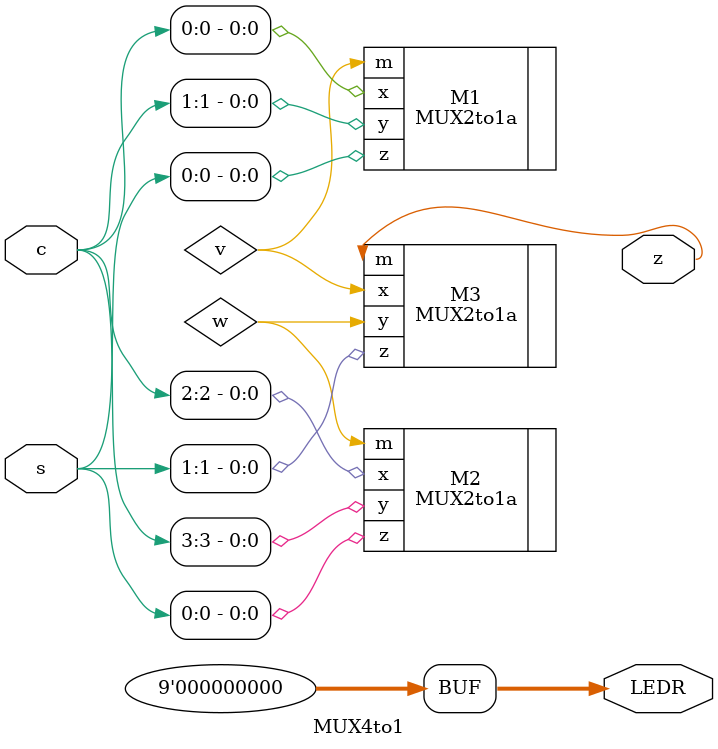
<source format=v>
module MUX4to1(
input wire [3:0] c,			//4-inputs c0,c1,c2, and c3
input wire [1:0] s,			//2-selector inputs s0 and s1
output wire z,					//1-output z for final MUX
output [9:1] LEDR
);

assign LEDR [9:1] = 8'b00000000;
wire v;
wire w;

MUX2to1a M1 (.x(c[0]),					//connect x to c[o]
					.y(c[1]),				//connect y to c[1]
					.z(s[0]),				//connect z to [s0]
					.m(v)						//connect m to v
					
);

MUX2to1a M2 (.x(c[2]),					//connect x to c[2]
					.y(c[3]),				//connect y to c[3]
					.z(s[0]),				//connect z to s[0]
					.m(w)						//connect m to w

);

MUX2to1a M3 (.x(v),						//connect x to v
					.y(w),					//connect y to w
					.z(s[1]),				//connect z to s[1]
					.m(z)						//connect m to z

);

endmodule
</source>
